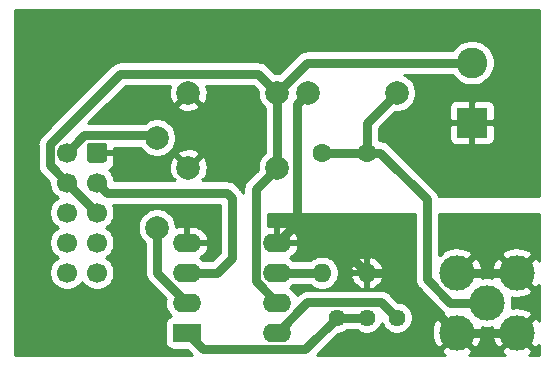
<source format=gbr>
%TF.GenerationSoftware,KiCad,Pcbnew,(5.1.9)-1*%
%TF.CreationDate,2021-11-14T17:22:53+07:00*%
%TF.ProjectId,Pressure Sensor Preamp,50726573-7375-4726-9520-53656e736f72,rev?*%
%TF.SameCoordinates,Original*%
%TF.FileFunction,Copper,L1,Top*%
%TF.FilePolarity,Positive*%
%FSLAX46Y46*%
G04 Gerber Fmt 4.6, Leading zero omitted, Abs format (unit mm)*
G04 Created by KiCad (PCBNEW (5.1.9)-1) date 2021-11-14 17:22:53*
%MOMM*%
%LPD*%
G01*
G04 APERTURE LIST*
%TA.AperFunction,ComponentPad*%
%ADD10C,2.600000*%
%TD*%
%TA.AperFunction,ComponentPad*%
%ADD11R,2.600000X2.600000*%
%TD*%
%TA.AperFunction,ComponentPad*%
%ADD12C,1.700000*%
%TD*%
%TA.AperFunction,ComponentPad*%
%ADD13O,2.400000X1.600000*%
%TD*%
%TA.AperFunction,ComponentPad*%
%ADD14R,2.400000X1.600000*%
%TD*%
%TA.AperFunction,ComponentPad*%
%ADD15C,1.440000*%
%TD*%
%TA.AperFunction,ComponentPad*%
%ADD16O,1.600000X1.600000*%
%TD*%
%TA.AperFunction,ComponentPad*%
%ADD17C,1.600000*%
%TD*%
%TA.AperFunction,ComponentPad*%
%ADD18C,3.000000*%
%TD*%
%TA.AperFunction,ComponentPad*%
%ADD19C,2.000000*%
%TD*%
%TA.AperFunction,ViaPad*%
%ADD20C,2.000000*%
%TD*%
%TA.AperFunction,Conductor*%
%ADD21C,0.800000*%
%TD*%
%TA.AperFunction,Conductor*%
%ADD22C,0.254000*%
%TD*%
%TA.AperFunction,Conductor*%
%ADD23C,0.100000*%
%TD*%
G04 APERTURE END LIST*
D10*
%TO.P,J2,2*%
%TO.N,+5V*%
X125730000Y-107950000D03*
D11*
%TO.P,J2,1*%
%TO.N,GND*%
X125730000Y-113030000D03*
%TD*%
D12*
%TO.P,J1,10*%
%TO.N,Net-(J1-Pad10)*%
X91440000Y-125730000D03*
%TO.P,J1,8*%
%TO.N,Net-(J1-Pad8)*%
X91440000Y-123190000D03*
%TO.P,J1,6*%
%TO.N,Net-(J1-Pad6)*%
X91440000Y-120650000D03*
%TO.P,J1,4*%
%TO.N,+5V*%
X91440000Y-118110000D03*
%TO.P,J1,2*%
%TO.N,-OUT*%
X91440000Y-115570000D03*
%TO.P,J1,9*%
%TO.N,Net-(J1-Pad9)*%
X93980000Y-125730000D03*
%TO.P,J1,7*%
%TO.N,Net-(J1-Pad7)*%
X93980000Y-123190000D03*
%TO.P,J1,5*%
%TO.N,+5V*%
X93980000Y-120650000D03*
%TO.P,J1,3*%
%TO.N,+OUT*%
X93980000Y-118110000D03*
%TO.P,J1,1*%
%TO.N,GND*%
%TA.AperFunction,ComponentPad*%
G36*
G01*
X94830000Y-114970000D02*
X94830000Y-116170000D01*
G75*
G02*
X94580000Y-116420000I-250000J0D01*
G01*
X93380000Y-116420000D01*
G75*
G02*
X93130000Y-116170000I0J250000D01*
G01*
X93130000Y-114970000D01*
G75*
G02*
X93380000Y-114720000I250000J0D01*
G01*
X94580000Y-114720000D01*
G75*
G02*
X94830000Y-114970000I0J-250000D01*
G01*
G37*
%TD.AperFunction*%
%TD*%
D13*
%TO.P,U1,8*%
%TO.N,Net-(RV1-Pad3)*%
X109220000Y-130810000D03*
%TO.P,U1,4*%
%TO.N,GND*%
X101600000Y-123190000D03*
%TO.P,U1,7*%
%TO.N,+5V*%
X109220000Y-128270000D03*
%TO.P,U1,3*%
%TO.N,+OUT*%
X101600000Y-125730000D03*
%TO.P,U1,6*%
%TO.N,Net-(R1-Pad2)*%
X109220000Y-125730000D03*
%TO.P,U1,2*%
%TO.N,-OUT*%
X101600000Y-128270000D03*
%TO.P,U1,5*%
%TO.N,GNDA*%
X109220000Y-123190000D03*
D14*
%TO.P,U1,1*%
%TO.N,Net-(RV1-Pad1)*%
X101600000Y-130810000D03*
%TD*%
D15*
%TO.P,RV1,3*%
%TO.N,Net-(RV1-Pad3)*%
X119380000Y-129540000D03*
%TO.P,RV1,2*%
%TO.N,Net-(RV1-Pad1)*%
X116840000Y-129540000D03*
%TO.P,RV1,1*%
X114300000Y-129540000D03*
%TD*%
D16*
%TO.P,R2,2*%
%TO.N,GNDA*%
X116840000Y-125730000D03*
D17*
%TO.P,R2,1*%
%TO.N,Net-(C3-Pad1)*%
X116840000Y-115570000D03*
%TD*%
D16*
%TO.P,R1,2*%
%TO.N,Net-(R1-Pad2)*%
X113030000Y-125730000D03*
D17*
%TO.P,R1,1*%
%TO.N,Net-(C3-Pad1)*%
X113030000Y-115570000D03*
%TD*%
D18*
%TO.P,J3,2*%
%TO.N,GNDA*%
X124460000Y-125730000D03*
X124460000Y-130810000D03*
X129540000Y-130810000D03*
X129540000Y-125730000D03*
%TO.P,J3,1*%
%TO.N,Net-(C3-Pad1)*%
X127000000Y-128270000D03*
%TD*%
D19*
%TO.P,C3,2*%
%TO.N,GNDA*%
X111880000Y-110490000D03*
%TO.P,C3,1*%
%TO.N,Net-(C3-Pad1)*%
X119380000Y-110490000D03*
%TD*%
%TO.P,C2,2*%
%TO.N,+5V*%
X109220000Y-116840000D03*
%TO.P,C2,1*%
%TO.N,GND*%
X101720000Y-116840000D03*
%TD*%
%TO.P,C1,2*%
%TO.N,GND*%
X101720000Y-110490000D03*
%TO.P,C1,1*%
%TO.N,+5V*%
X109220000Y-110490000D03*
%TD*%
D20*
%TO.N,-OUT*%
X99060000Y-114300000D03*
X99060000Y-121920000D03*
%TD*%
D21*
%TO.N,+5V*%
X93980000Y-120650000D02*
X91440000Y-118110000D01*
X107619999Y-108889999D02*
X109220000Y-110490000D01*
X95973999Y-108889999D02*
X107619999Y-108889999D01*
X89989999Y-114873999D02*
X95973999Y-108889999D01*
X89989999Y-116659999D02*
X89989999Y-114873999D01*
X91440000Y-118110000D02*
X89989999Y-116659999D01*
X109220000Y-116840000D02*
X109220000Y-110490000D01*
X111760000Y-107950000D02*
X125730000Y-107950000D01*
X109220000Y-110490000D02*
X111760000Y-107950000D01*
X107419990Y-118640010D02*
X107419990Y-126469990D01*
X107419990Y-126469990D02*
X109220000Y-128270000D01*
X109220000Y-116840000D02*
X107419990Y-118640010D01*
%TO.N,GNDA*%
X110880001Y-121529999D02*
X109220000Y-123190000D01*
X110880001Y-111489999D02*
X110880001Y-121529999D01*
X111880000Y-110490000D02*
X110880001Y-111489999D01*
X112639999Y-121529999D02*
X116840000Y-125730000D01*
X110880001Y-121529999D02*
X112639999Y-121529999D01*
X119380000Y-125730000D02*
X124460000Y-130810000D01*
X116840000Y-125730000D02*
X119380000Y-125730000D01*
X124460000Y-130810000D02*
X129540000Y-130810000D01*
X129540000Y-125730000D02*
X124460000Y-125730000D01*
%TO.N,Net-(R1-Pad2)*%
X109220000Y-125730000D02*
X113030000Y-125730000D01*
%TO.N,Net-(C3-Pad1)*%
X113030000Y-115570000D02*
X116840000Y-115570000D01*
X116840000Y-113030000D02*
X119380000Y-110490000D01*
X116840000Y-115570000D02*
X116840000Y-113030000D01*
X117971370Y-115570000D02*
X121920000Y-119518630D01*
X116840000Y-115570000D02*
X117971370Y-115570000D01*
X123891998Y-128270000D02*
X127000000Y-128270000D01*
X121920000Y-126298002D02*
X123891998Y-128270000D01*
X121920000Y-119518630D02*
X121920000Y-126298002D01*
%TO.N,-OUT*%
X98879990Y-114119990D02*
X99060000Y-114300000D01*
X92890010Y-114119990D02*
X98879990Y-114119990D01*
X91440000Y-115570000D02*
X92890010Y-114119990D01*
X99060000Y-125730000D02*
X101600000Y-128270000D01*
X99060000Y-121920000D02*
X99060000Y-125730000D01*
%TO.N,+OUT*%
X94829999Y-118959999D02*
X104989999Y-118959999D01*
X93980000Y-118110000D02*
X94829999Y-118959999D01*
X104989999Y-118959999D02*
X105410000Y-119380000D01*
X105410000Y-119380000D02*
X105410000Y-124460000D01*
X104140000Y-125730000D02*
X101600000Y-125730000D01*
X105410000Y-124460000D02*
X104140000Y-125730000D01*
%TO.N,Net-(RV1-Pad3)*%
X109220000Y-130810000D02*
X109270001Y-130860001D01*
X118059999Y-128219999D02*
X119380000Y-129540000D01*
X111810001Y-128219999D02*
X118059999Y-128219999D01*
X109220000Y-130810000D02*
X111810001Y-128219999D01*
%TO.N,Net-(RV1-Pad1)*%
X114300000Y-129540000D02*
X116840000Y-129540000D01*
X103000010Y-132210010D02*
X101600000Y-130810000D01*
X111629990Y-132210010D02*
X103000010Y-132210010D01*
X114300000Y-129540000D02*
X111629990Y-132210010D01*
%TD*%
D22*
%TO.N,GNDA*%
X120885001Y-126247164D02*
X120879994Y-126298002D01*
X120899977Y-126500897D01*
X120959160Y-126695995D01*
X121055266Y-126875799D01*
X121152197Y-126993909D01*
X121184605Y-127033398D01*
X121224092Y-127065804D01*
X123124195Y-128965908D01*
X123156602Y-129005396D01*
X123196090Y-129037803D01*
X123260512Y-129090673D01*
X123147952Y-129318347D01*
X124460000Y-130630395D01*
X124474143Y-130616253D01*
X124653748Y-130795858D01*
X124639605Y-130810000D01*
X125951653Y-132122048D01*
X126267214Y-131966038D01*
X126458020Y-131591255D01*
X126572044Y-131186449D01*
X126604902Y-130767176D01*
X126556407Y-130358591D01*
X126789721Y-130405000D01*
X127210279Y-130405000D01*
X127449396Y-130357437D01*
X127427956Y-130433551D01*
X127395098Y-130852824D01*
X127444666Y-131270451D01*
X127574757Y-131670383D01*
X127732786Y-131966038D01*
X128048347Y-132122048D01*
X129360395Y-130810000D01*
X129346253Y-130795858D01*
X129525858Y-130616253D01*
X129540000Y-130630395D01*
X130852048Y-129318347D01*
X130696038Y-129002786D01*
X130321255Y-128811980D01*
X129916449Y-128697956D01*
X129497176Y-128665098D01*
X129088591Y-128713593D01*
X129135000Y-128480279D01*
X129135000Y-128059721D01*
X129087437Y-127820604D01*
X129163551Y-127842044D01*
X129582824Y-127874902D01*
X130000451Y-127825334D01*
X130400383Y-127695243D01*
X130696038Y-127537214D01*
X130852048Y-127221653D01*
X129540000Y-125909605D01*
X129525858Y-125923748D01*
X129346253Y-125744143D01*
X129360395Y-125730000D01*
X128048347Y-124417952D01*
X127732786Y-124573962D01*
X127541980Y-124948745D01*
X127427956Y-125353551D01*
X127395098Y-125772824D01*
X127443593Y-126181409D01*
X127210279Y-126135000D01*
X126789721Y-126135000D01*
X126550604Y-126182563D01*
X126572044Y-126106449D01*
X126604902Y-125687176D01*
X126555334Y-125269549D01*
X126425243Y-124869617D01*
X126267214Y-124573962D01*
X125951653Y-124417952D01*
X124639605Y-125730000D01*
X124653748Y-125744143D01*
X124474143Y-125923748D01*
X124460000Y-125909605D01*
X124445858Y-125923748D01*
X124266253Y-125744143D01*
X124280395Y-125730000D01*
X124266253Y-125715858D01*
X124445858Y-125536253D01*
X124460000Y-125550395D01*
X125772048Y-124238347D01*
X128227952Y-124238347D01*
X129540000Y-125550395D01*
X130852048Y-124238347D01*
X130696038Y-123922786D01*
X130321255Y-123731980D01*
X129916449Y-123617956D01*
X129497176Y-123585098D01*
X129079549Y-123634666D01*
X128679617Y-123764757D01*
X128383962Y-123922786D01*
X128227952Y-124238347D01*
X125772048Y-124238347D01*
X125616038Y-123922786D01*
X125241255Y-123731980D01*
X124836449Y-123617956D01*
X124417176Y-123585098D01*
X123999549Y-123634666D01*
X123599617Y-123764757D01*
X123303962Y-123922786D01*
X123147953Y-124238345D01*
X123033261Y-124123653D01*
X122955000Y-124201914D01*
X122955000Y-120777000D01*
X131420001Y-120777000D01*
X131420001Y-124710138D01*
X131347214Y-124573962D01*
X131031653Y-124417952D01*
X129719605Y-125730000D01*
X131031653Y-127042048D01*
X131347214Y-126886038D01*
X131420001Y-126743069D01*
X131420001Y-129790138D01*
X131347214Y-129653962D01*
X131031653Y-129497952D01*
X129719605Y-130810000D01*
X131031653Y-132122048D01*
X131347214Y-131966038D01*
X131420001Y-131823069D01*
X131420001Y-132690000D01*
X130559863Y-132690000D01*
X130696038Y-132617214D01*
X130852048Y-132301653D01*
X129540000Y-130989605D01*
X128227952Y-132301653D01*
X128383962Y-132617214D01*
X128526929Y-132690000D01*
X125479863Y-132690000D01*
X125616038Y-132617214D01*
X125772048Y-132301653D01*
X124460000Y-130989605D01*
X123147952Y-132301653D01*
X123303962Y-132617214D01*
X123446929Y-132690000D01*
X112613710Y-132690000D01*
X114408711Y-130895000D01*
X114433456Y-130895000D01*
X114695239Y-130842928D01*
X114941833Y-130740785D01*
X115163762Y-130592497D01*
X115181259Y-130575000D01*
X115958741Y-130575000D01*
X115976238Y-130592497D01*
X116198167Y-130740785D01*
X116444761Y-130842928D01*
X116706544Y-130895000D01*
X116973456Y-130895000D01*
X117235239Y-130842928D01*
X117481833Y-130740785D01*
X117703762Y-130592497D01*
X117892497Y-130403762D01*
X118040785Y-130181833D01*
X118110000Y-130014734D01*
X118179215Y-130181833D01*
X118327503Y-130403762D01*
X118516238Y-130592497D01*
X118738167Y-130740785D01*
X118984761Y-130842928D01*
X119246544Y-130895000D01*
X119513456Y-130895000D01*
X119725488Y-130852824D01*
X122315098Y-130852824D01*
X122364666Y-131270451D01*
X122494757Y-131670383D01*
X122652786Y-131966038D01*
X122968347Y-132122048D01*
X124280395Y-130810000D01*
X122968347Y-129497952D01*
X122652786Y-129653962D01*
X122461980Y-130028745D01*
X122347956Y-130433551D01*
X122315098Y-130852824D01*
X119725488Y-130852824D01*
X119775239Y-130842928D01*
X120021833Y-130740785D01*
X120243762Y-130592497D01*
X120432497Y-130403762D01*
X120580785Y-130181833D01*
X120682928Y-129935239D01*
X120735000Y-129673456D01*
X120735000Y-129406544D01*
X120682928Y-129144761D01*
X120580785Y-128898167D01*
X120432497Y-128676238D01*
X120243762Y-128487503D01*
X120021833Y-128339215D01*
X119775239Y-128237072D01*
X119513456Y-128185000D01*
X119488711Y-128185000D01*
X118827806Y-127524096D01*
X118795395Y-127484603D01*
X118637796Y-127355265D01*
X118457992Y-127259158D01*
X118262894Y-127199975D01*
X118110837Y-127184999D01*
X118110827Y-127184999D01*
X118059999Y-127179993D01*
X118009171Y-127184999D01*
X111860836Y-127184999D01*
X111810001Y-127179992D01*
X111759166Y-127184999D01*
X111759163Y-127184999D01*
X111607106Y-127199975D01*
X111457416Y-127245384D01*
X111412007Y-127259158D01*
X111232203Y-127355265D01*
X111140126Y-127430831D01*
X111074605Y-127484603D01*
X111042198Y-127524091D01*
X110915926Y-127650363D01*
X110818932Y-127468899D01*
X110639608Y-127250392D01*
X110421101Y-127071068D01*
X110288142Y-127000000D01*
X110421101Y-126928932D01*
X110620853Y-126765000D01*
X112035604Y-126765000D01*
X112115241Y-126844637D01*
X112350273Y-127001680D01*
X112611426Y-127109853D01*
X112888665Y-127165000D01*
X113171335Y-127165000D01*
X113448574Y-127109853D01*
X113709727Y-127001680D01*
X113944759Y-126844637D01*
X114144637Y-126644759D01*
X114301680Y-126409727D01*
X114409853Y-126148574D01*
X114423684Y-126079040D01*
X115448091Y-126079040D01*
X115542930Y-126343881D01*
X115687615Y-126585131D01*
X115876586Y-126793519D01*
X116102580Y-126961037D01*
X116356913Y-127081246D01*
X116490961Y-127121904D01*
X116713000Y-126999915D01*
X116713000Y-125857000D01*
X116967000Y-125857000D01*
X116967000Y-126999915D01*
X117189039Y-127121904D01*
X117323087Y-127081246D01*
X117577420Y-126961037D01*
X117803414Y-126793519D01*
X117992385Y-126585131D01*
X118137070Y-126343881D01*
X118231909Y-126079040D01*
X118110624Y-125857000D01*
X116967000Y-125857000D01*
X116713000Y-125857000D01*
X115569376Y-125857000D01*
X115448091Y-126079040D01*
X114423684Y-126079040D01*
X114465000Y-125871335D01*
X114465000Y-125588665D01*
X114423685Y-125380960D01*
X115448091Y-125380960D01*
X115569376Y-125603000D01*
X116713000Y-125603000D01*
X116713000Y-124460085D01*
X116967000Y-124460085D01*
X116967000Y-125603000D01*
X118110624Y-125603000D01*
X118231909Y-125380960D01*
X118137070Y-125116119D01*
X117992385Y-124874869D01*
X117803414Y-124666481D01*
X117577420Y-124498963D01*
X117323087Y-124378754D01*
X117189039Y-124338096D01*
X116967000Y-124460085D01*
X116713000Y-124460085D01*
X116490961Y-124338096D01*
X116356913Y-124378754D01*
X116102580Y-124498963D01*
X115876586Y-124666481D01*
X115687615Y-124874869D01*
X115542930Y-125116119D01*
X115448091Y-125380960D01*
X114423685Y-125380960D01*
X114409853Y-125311426D01*
X114301680Y-125050273D01*
X114144637Y-124815241D01*
X113944759Y-124615363D01*
X113709727Y-124458320D01*
X113448574Y-124350147D01*
X113171335Y-124295000D01*
X112888665Y-124295000D01*
X112611426Y-124350147D01*
X112350273Y-124458320D01*
X112115241Y-124615363D01*
X112035604Y-124695000D01*
X110620853Y-124695000D01*
X110421101Y-124531068D01*
X110293259Y-124462735D01*
X110522839Y-124312601D01*
X110724500Y-124114895D01*
X110883715Y-123881646D01*
X110994367Y-123621818D01*
X111011904Y-123539039D01*
X110889915Y-123317000D01*
X109347000Y-123317000D01*
X109347000Y-123337000D01*
X109093000Y-123337000D01*
X109093000Y-123317000D01*
X109073000Y-123317000D01*
X109073000Y-123063000D01*
X109093000Y-123063000D01*
X109093000Y-121755000D01*
X109347000Y-121755000D01*
X109347000Y-123063000D01*
X110889915Y-123063000D01*
X111011904Y-122840961D01*
X110994367Y-122758182D01*
X110883715Y-122498354D01*
X110724500Y-122265105D01*
X110522839Y-122067399D01*
X110286483Y-121912834D01*
X110024514Y-121807350D01*
X109747000Y-121755000D01*
X109347000Y-121755000D01*
X109093000Y-121755000D01*
X108693000Y-121755000D01*
X108454990Y-121799898D01*
X108454990Y-120777000D01*
X120885000Y-120777000D01*
X120885001Y-126247164D01*
%TA.AperFunction,Conductor*%
D23*
G36*
X120885001Y-126247164D02*
G01*
X120879994Y-126298002D01*
X120899977Y-126500897D01*
X120959160Y-126695995D01*
X121055266Y-126875799D01*
X121152197Y-126993909D01*
X121184605Y-127033398D01*
X121224092Y-127065804D01*
X123124195Y-128965908D01*
X123156602Y-129005396D01*
X123196090Y-129037803D01*
X123260512Y-129090673D01*
X123147952Y-129318347D01*
X124460000Y-130630395D01*
X124474143Y-130616253D01*
X124653748Y-130795858D01*
X124639605Y-130810000D01*
X125951653Y-132122048D01*
X126267214Y-131966038D01*
X126458020Y-131591255D01*
X126572044Y-131186449D01*
X126604902Y-130767176D01*
X126556407Y-130358591D01*
X126789721Y-130405000D01*
X127210279Y-130405000D01*
X127449396Y-130357437D01*
X127427956Y-130433551D01*
X127395098Y-130852824D01*
X127444666Y-131270451D01*
X127574757Y-131670383D01*
X127732786Y-131966038D01*
X128048347Y-132122048D01*
X129360395Y-130810000D01*
X129346253Y-130795858D01*
X129525858Y-130616253D01*
X129540000Y-130630395D01*
X130852048Y-129318347D01*
X130696038Y-129002786D01*
X130321255Y-128811980D01*
X129916449Y-128697956D01*
X129497176Y-128665098D01*
X129088591Y-128713593D01*
X129135000Y-128480279D01*
X129135000Y-128059721D01*
X129087437Y-127820604D01*
X129163551Y-127842044D01*
X129582824Y-127874902D01*
X130000451Y-127825334D01*
X130400383Y-127695243D01*
X130696038Y-127537214D01*
X130852048Y-127221653D01*
X129540000Y-125909605D01*
X129525858Y-125923748D01*
X129346253Y-125744143D01*
X129360395Y-125730000D01*
X128048347Y-124417952D01*
X127732786Y-124573962D01*
X127541980Y-124948745D01*
X127427956Y-125353551D01*
X127395098Y-125772824D01*
X127443593Y-126181409D01*
X127210279Y-126135000D01*
X126789721Y-126135000D01*
X126550604Y-126182563D01*
X126572044Y-126106449D01*
X126604902Y-125687176D01*
X126555334Y-125269549D01*
X126425243Y-124869617D01*
X126267214Y-124573962D01*
X125951653Y-124417952D01*
X124639605Y-125730000D01*
X124653748Y-125744143D01*
X124474143Y-125923748D01*
X124460000Y-125909605D01*
X124445858Y-125923748D01*
X124266253Y-125744143D01*
X124280395Y-125730000D01*
X124266253Y-125715858D01*
X124445858Y-125536253D01*
X124460000Y-125550395D01*
X125772048Y-124238347D01*
X128227952Y-124238347D01*
X129540000Y-125550395D01*
X130852048Y-124238347D01*
X130696038Y-123922786D01*
X130321255Y-123731980D01*
X129916449Y-123617956D01*
X129497176Y-123585098D01*
X129079549Y-123634666D01*
X128679617Y-123764757D01*
X128383962Y-123922786D01*
X128227952Y-124238347D01*
X125772048Y-124238347D01*
X125616038Y-123922786D01*
X125241255Y-123731980D01*
X124836449Y-123617956D01*
X124417176Y-123585098D01*
X123999549Y-123634666D01*
X123599617Y-123764757D01*
X123303962Y-123922786D01*
X123147953Y-124238345D01*
X123033261Y-124123653D01*
X122955000Y-124201914D01*
X122955000Y-120777000D01*
X131420001Y-120777000D01*
X131420001Y-124710138D01*
X131347214Y-124573962D01*
X131031653Y-124417952D01*
X129719605Y-125730000D01*
X131031653Y-127042048D01*
X131347214Y-126886038D01*
X131420001Y-126743069D01*
X131420001Y-129790138D01*
X131347214Y-129653962D01*
X131031653Y-129497952D01*
X129719605Y-130810000D01*
X131031653Y-132122048D01*
X131347214Y-131966038D01*
X131420001Y-131823069D01*
X131420001Y-132690000D01*
X130559863Y-132690000D01*
X130696038Y-132617214D01*
X130852048Y-132301653D01*
X129540000Y-130989605D01*
X128227952Y-132301653D01*
X128383962Y-132617214D01*
X128526929Y-132690000D01*
X125479863Y-132690000D01*
X125616038Y-132617214D01*
X125772048Y-132301653D01*
X124460000Y-130989605D01*
X123147952Y-132301653D01*
X123303962Y-132617214D01*
X123446929Y-132690000D01*
X112613710Y-132690000D01*
X114408711Y-130895000D01*
X114433456Y-130895000D01*
X114695239Y-130842928D01*
X114941833Y-130740785D01*
X115163762Y-130592497D01*
X115181259Y-130575000D01*
X115958741Y-130575000D01*
X115976238Y-130592497D01*
X116198167Y-130740785D01*
X116444761Y-130842928D01*
X116706544Y-130895000D01*
X116973456Y-130895000D01*
X117235239Y-130842928D01*
X117481833Y-130740785D01*
X117703762Y-130592497D01*
X117892497Y-130403762D01*
X118040785Y-130181833D01*
X118110000Y-130014734D01*
X118179215Y-130181833D01*
X118327503Y-130403762D01*
X118516238Y-130592497D01*
X118738167Y-130740785D01*
X118984761Y-130842928D01*
X119246544Y-130895000D01*
X119513456Y-130895000D01*
X119725488Y-130852824D01*
X122315098Y-130852824D01*
X122364666Y-131270451D01*
X122494757Y-131670383D01*
X122652786Y-131966038D01*
X122968347Y-132122048D01*
X124280395Y-130810000D01*
X122968347Y-129497952D01*
X122652786Y-129653962D01*
X122461980Y-130028745D01*
X122347956Y-130433551D01*
X122315098Y-130852824D01*
X119725488Y-130852824D01*
X119775239Y-130842928D01*
X120021833Y-130740785D01*
X120243762Y-130592497D01*
X120432497Y-130403762D01*
X120580785Y-130181833D01*
X120682928Y-129935239D01*
X120735000Y-129673456D01*
X120735000Y-129406544D01*
X120682928Y-129144761D01*
X120580785Y-128898167D01*
X120432497Y-128676238D01*
X120243762Y-128487503D01*
X120021833Y-128339215D01*
X119775239Y-128237072D01*
X119513456Y-128185000D01*
X119488711Y-128185000D01*
X118827806Y-127524096D01*
X118795395Y-127484603D01*
X118637796Y-127355265D01*
X118457992Y-127259158D01*
X118262894Y-127199975D01*
X118110837Y-127184999D01*
X118110827Y-127184999D01*
X118059999Y-127179993D01*
X118009171Y-127184999D01*
X111860836Y-127184999D01*
X111810001Y-127179992D01*
X111759166Y-127184999D01*
X111759163Y-127184999D01*
X111607106Y-127199975D01*
X111457416Y-127245384D01*
X111412007Y-127259158D01*
X111232203Y-127355265D01*
X111140126Y-127430831D01*
X111074605Y-127484603D01*
X111042198Y-127524091D01*
X110915926Y-127650363D01*
X110818932Y-127468899D01*
X110639608Y-127250392D01*
X110421101Y-127071068D01*
X110288142Y-127000000D01*
X110421101Y-126928932D01*
X110620853Y-126765000D01*
X112035604Y-126765000D01*
X112115241Y-126844637D01*
X112350273Y-127001680D01*
X112611426Y-127109853D01*
X112888665Y-127165000D01*
X113171335Y-127165000D01*
X113448574Y-127109853D01*
X113709727Y-127001680D01*
X113944759Y-126844637D01*
X114144637Y-126644759D01*
X114301680Y-126409727D01*
X114409853Y-126148574D01*
X114423684Y-126079040D01*
X115448091Y-126079040D01*
X115542930Y-126343881D01*
X115687615Y-126585131D01*
X115876586Y-126793519D01*
X116102580Y-126961037D01*
X116356913Y-127081246D01*
X116490961Y-127121904D01*
X116713000Y-126999915D01*
X116713000Y-125857000D01*
X116967000Y-125857000D01*
X116967000Y-126999915D01*
X117189039Y-127121904D01*
X117323087Y-127081246D01*
X117577420Y-126961037D01*
X117803414Y-126793519D01*
X117992385Y-126585131D01*
X118137070Y-126343881D01*
X118231909Y-126079040D01*
X118110624Y-125857000D01*
X116967000Y-125857000D01*
X116713000Y-125857000D01*
X115569376Y-125857000D01*
X115448091Y-126079040D01*
X114423684Y-126079040D01*
X114465000Y-125871335D01*
X114465000Y-125588665D01*
X114423685Y-125380960D01*
X115448091Y-125380960D01*
X115569376Y-125603000D01*
X116713000Y-125603000D01*
X116713000Y-124460085D01*
X116967000Y-124460085D01*
X116967000Y-125603000D01*
X118110624Y-125603000D01*
X118231909Y-125380960D01*
X118137070Y-125116119D01*
X117992385Y-124874869D01*
X117803414Y-124666481D01*
X117577420Y-124498963D01*
X117323087Y-124378754D01*
X117189039Y-124338096D01*
X116967000Y-124460085D01*
X116713000Y-124460085D01*
X116490961Y-124338096D01*
X116356913Y-124378754D01*
X116102580Y-124498963D01*
X115876586Y-124666481D01*
X115687615Y-124874869D01*
X115542930Y-125116119D01*
X115448091Y-125380960D01*
X114423685Y-125380960D01*
X114409853Y-125311426D01*
X114301680Y-125050273D01*
X114144637Y-124815241D01*
X113944759Y-124615363D01*
X113709727Y-124458320D01*
X113448574Y-124350147D01*
X113171335Y-124295000D01*
X112888665Y-124295000D01*
X112611426Y-124350147D01*
X112350273Y-124458320D01*
X112115241Y-124615363D01*
X112035604Y-124695000D01*
X110620853Y-124695000D01*
X110421101Y-124531068D01*
X110293259Y-124462735D01*
X110522839Y-124312601D01*
X110724500Y-124114895D01*
X110883715Y-123881646D01*
X110994367Y-123621818D01*
X111011904Y-123539039D01*
X110889915Y-123317000D01*
X109347000Y-123317000D01*
X109347000Y-123337000D01*
X109093000Y-123337000D01*
X109093000Y-123317000D01*
X109073000Y-123317000D01*
X109073000Y-123063000D01*
X109093000Y-123063000D01*
X109093000Y-121755000D01*
X109347000Y-121755000D01*
X109347000Y-123063000D01*
X110889915Y-123063000D01*
X111011904Y-122840961D01*
X110994367Y-122758182D01*
X110883715Y-122498354D01*
X110724500Y-122265105D01*
X110522839Y-122067399D01*
X110286483Y-121912834D01*
X110024514Y-121807350D01*
X109747000Y-121755000D01*
X109347000Y-121755000D01*
X109093000Y-121755000D01*
X108693000Y-121755000D01*
X108454990Y-121799898D01*
X108454990Y-120777000D01*
X120885000Y-120777000D01*
X120885001Y-126247164D01*
G37*
%TD.AperFunction*%
%TD*%
D22*
%TO.N,GND*%
X131420001Y-119253000D02*
X122920993Y-119253000D01*
X122880841Y-119120637D01*
X122836104Y-119036939D01*
X122784734Y-118940832D01*
X122687803Y-118822722D01*
X122655396Y-118783234D01*
X122615908Y-118750827D01*
X118739177Y-114874097D01*
X118706766Y-114834604D01*
X118549167Y-114705266D01*
X118369363Y-114609159D01*
X118174265Y-114549976D01*
X118022208Y-114535000D01*
X118022198Y-114535000D01*
X117971370Y-114529994D01*
X117920542Y-114535000D01*
X117875000Y-114535000D01*
X117875000Y-114330000D01*
X123791928Y-114330000D01*
X123804188Y-114454482D01*
X123840498Y-114574180D01*
X123899463Y-114684494D01*
X123978815Y-114781185D01*
X124075506Y-114860537D01*
X124185820Y-114919502D01*
X124305518Y-114955812D01*
X124430000Y-114968072D01*
X125444250Y-114965000D01*
X125603000Y-114806250D01*
X125603000Y-113157000D01*
X125857000Y-113157000D01*
X125857000Y-114806250D01*
X126015750Y-114965000D01*
X127030000Y-114968072D01*
X127154482Y-114955812D01*
X127274180Y-114919502D01*
X127384494Y-114860537D01*
X127481185Y-114781185D01*
X127560537Y-114684494D01*
X127619502Y-114574180D01*
X127655812Y-114454482D01*
X127668072Y-114330000D01*
X127665000Y-113315750D01*
X127506250Y-113157000D01*
X125857000Y-113157000D01*
X125603000Y-113157000D01*
X123953750Y-113157000D01*
X123795000Y-113315750D01*
X123791928Y-114330000D01*
X117875000Y-114330000D01*
X117875000Y-113458710D01*
X119210412Y-112123298D01*
X119218967Y-112125000D01*
X119541033Y-112125000D01*
X119856912Y-112062168D01*
X120154463Y-111938918D01*
X120422252Y-111759987D01*
X120452239Y-111730000D01*
X123791928Y-111730000D01*
X123795000Y-112744250D01*
X123953750Y-112903000D01*
X125603000Y-112903000D01*
X125603000Y-111253750D01*
X125857000Y-111253750D01*
X125857000Y-112903000D01*
X127506250Y-112903000D01*
X127665000Y-112744250D01*
X127668072Y-111730000D01*
X127655812Y-111605518D01*
X127619502Y-111485820D01*
X127560537Y-111375506D01*
X127481185Y-111278815D01*
X127384494Y-111199463D01*
X127274180Y-111140498D01*
X127154482Y-111104188D01*
X127030000Y-111091928D01*
X126015750Y-111095000D01*
X125857000Y-111253750D01*
X125603000Y-111253750D01*
X125444250Y-111095000D01*
X124430000Y-111091928D01*
X124305518Y-111104188D01*
X124185820Y-111140498D01*
X124075506Y-111199463D01*
X123978815Y-111278815D01*
X123899463Y-111375506D01*
X123840498Y-111485820D01*
X123804188Y-111605518D01*
X123791928Y-111730000D01*
X120452239Y-111730000D01*
X120649987Y-111532252D01*
X120828918Y-111264463D01*
X120952168Y-110966912D01*
X121015000Y-110651033D01*
X121015000Y-110328967D01*
X120952168Y-110013088D01*
X120828918Y-109715537D01*
X120649987Y-109447748D01*
X120422252Y-109220013D01*
X120154463Y-109041082D01*
X120019069Y-108985000D01*
X124094360Y-108985000D01*
X124226987Y-109183491D01*
X124496509Y-109453013D01*
X124813434Y-109664775D01*
X125165581Y-109810639D01*
X125539419Y-109885000D01*
X125920581Y-109885000D01*
X126294419Y-109810639D01*
X126646566Y-109664775D01*
X126963491Y-109453013D01*
X127233013Y-109183491D01*
X127444775Y-108866566D01*
X127590639Y-108514419D01*
X127665000Y-108140581D01*
X127665000Y-107759419D01*
X127590639Y-107385581D01*
X127444775Y-107033434D01*
X127233013Y-106716509D01*
X126963491Y-106446987D01*
X126646566Y-106235225D01*
X126294419Y-106089361D01*
X125920581Y-106015000D01*
X125539419Y-106015000D01*
X125165581Y-106089361D01*
X124813434Y-106235225D01*
X124496509Y-106446987D01*
X124226987Y-106716509D01*
X124094360Y-106915000D01*
X111810827Y-106915000D01*
X111759999Y-106909994D01*
X111709171Y-106915000D01*
X111709162Y-106915000D01*
X111557105Y-106929976D01*
X111362007Y-106989159D01*
X111279174Y-107033434D01*
X111182202Y-107085266D01*
X111064092Y-107182197D01*
X111024604Y-107214604D01*
X110992197Y-107254092D01*
X109389588Y-108856702D01*
X109381033Y-108855000D01*
X109058967Y-108855000D01*
X109050412Y-108856702D01*
X108387806Y-108194096D01*
X108355395Y-108154603D01*
X108197796Y-108025265D01*
X108017992Y-107929158D01*
X107822894Y-107869975D01*
X107670837Y-107854999D01*
X107670827Y-107854999D01*
X107619999Y-107849993D01*
X107569171Y-107854999D01*
X96024834Y-107854999D01*
X95973999Y-107849992D01*
X95923163Y-107854999D01*
X95923161Y-107854999D01*
X95771104Y-107869975D01*
X95576006Y-107929158D01*
X95492308Y-107973895D01*
X95396201Y-108025265D01*
X95278091Y-108122196D01*
X95238603Y-108154603D01*
X95206196Y-108194091D01*
X89294092Y-114106196D01*
X89254604Y-114138603D01*
X89222197Y-114178091D01*
X89222196Y-114178092D01*
X89125265Y-114296202D01*
X89029159Y-114476006D01*
X88969976Y-114671104D01*
X88949993Y-114873999D01*
X88955000Y-114924836D01*
X88954999Y-116609171D01*
X88949993Y-116659999D01*
X88954999Y-116710827D01*
X88954999Y-116710836D01*
X88969975Y-116862893D01*
X89029158Y-117057991D01*
X89125265Y-117237796D01*
X89254603Y-117395395D01*
X89294096Y-117427806D01*
X89955000Y-118088710D01*
X89955000Y-118256260D01*
X90012068Y-118543158D01*
X90124010Y-118813411D01*
X90286525Y-119056632D01*
X90493368Y-119263475D01*
X90667760Y-119380000D01*
X90493368Y-119496525D01*
X90286525Y-119703368D01*
X90124010Y-119946589D01*
X90012068Y-120216842D01*
X89955000Y-120503740D01*
X89955000Y-120796260D01*
X90012068Y-121083158D01*
X90124010Y-121353411D01*
X90286525Y-121596632D01*
X90493368Y-121803475D01*
X90667760Y-121920000D01*
X90493368Y-122036525D01*
X90286525Y-122243368D01*
X90124010Y-122486589D01*
X90012068Y-122756842D01*
X89955000Y-123043740D01*
X89955000Y-123336260D01*
X90012068Y-123623158D01*
X90124010Y-123893411D01*
X90286525Y-124136632D01*
X90493368Y-124343475D01*
X90667760Y-124460000D01*
X90493368Y-124576525D01*
X90286525Y-124783368D01*
X90124010Y-125026589D01*
X90012068Y-125296842D01*
X89955000Y-125583740D01*
X89955000Y-125876260D01*
X90012068Y-126163158D01*
X90124010Y-126433411D01*
X90286525Y-126676632D01*
X90493368Y-126883475D01*
X90736589Y-127045990D01*
X91006842Y-127157932D01*
X91293740Y-127215000D01*
X91586260Y-127215000D01*
X91873158Y-127157932D01*
X92143411Y-127045990D01*
X92386632Y-126883475D01*
X92593475Y-126676632D01*
X92710000Y-126502240D01*
X92826525Y-126676632D01*
X93033368Y-126883475D01*
X93276589Y-127045990D01*
X93546842Y-127157932D01*
X93833740Y-127215000D01*
X94126260Y-127215000D01*
X94413158Y-127157932D01*
X94683411Y-127045990D01*
X94926632Y-126883475D01*
X95133475Y-126676632D01*
X95295990Y-126433411D01*
X95407932Y-126163158D01*
X95465000Y-125876260D01*
X95465000Y-125583740D01*
X95407932Y-125296842D01*
X95295990Y-125026589D01*
X95133475Y-124783368D01*
X94926632Y-124576525D01*
X94752240Y-124460000D01*
X94926632Y-124343475D01*
X95133475Y-124136632D01*
X95295990Y-123893411D01*
X95407932Y-123623158D01*
X95465000Y-123336260D01*
X95465000Y-123043740D01*
X95407932Y-122756842D01*
X95295990Y-122486589D01*
X95133475Y-122243368D01*
X94926632Y-122036525D01*
X94752240Y-121920000D01*
X94926632Y-121803475D01*
X95133475Y-121596632D01*
X95295990Y-121353411D01*
X95407932Y-121083158D01*
X95465000Y-120796260D01*
X95465000Y-120503740D01*
X95407932Y-120216842D01*
X95316042Y-119994999D01*
X104375000Y-119994999D01*
X104375001Y-124031288D01*
X103711290Y-124695000D01*
X103000853Y-124695000D01*
X102801101Y-124531068D01*
X102673259Y-124462735D01*
X102902839Y-124312601D01*
X103104500Y-124114895D01*
X103263715Y-123881646D01*
X103374367Y-123621818D01*
X103391904Y-123539039D01*
X103269915Y-123317000D01*
X101727000Y-123317000D01*
X101727000Y-123337000D01*
X101473000Y-123337000D01*
X101473000Y-123317000D01*
X101453000Y-123317000D01*
X101453000Y-123063000D01*
X101473000Y-123063000D01*
X101473000Y-121755000D01*
X101727000Y-121755000D01*
X101727000Y-123063000D01*
X103269915Y-123063000D01*
X103391904Y-122840961D01*
X103374367Y-122758182D01*
X103263715Y-122498354D01*
X103104500Y-122265105D01*
X102902839Y-122067399D01*
X102666483Y-121912834D01*
X102404514Y-121807350D01*
X102127000Y-121755000D01*
X101727000Y-121755000D01*
X101473000Y-121755000D01*
X101073000Y-121755000D01*
X100795486Y-121807350D01*
X100695000Y-121847812D01*
X100695000Y-121758967D01*
X100632168Y-121443088D01*
X100508918Y-121145537D01*
X100329987Y-120877748D01*
X100102252Y-120650013D01*
X99834463Y-120471082D01*
X99536912Y-120347832D01*
X99221033Y-120285000D01*
X98898967Y-120285000D01*
X98583088Y-120347832D01*
X98285537Y-120471082D01*
X98017748Y-120650013D01*
X97790013Y-120877748D01*
X97611082Y-121145537D01*
X97487832Y-121443088D01*
X97425000Y-121758967D01*
X97425000Y-122081033D01*
X97487832Y-122396912D01*
X97611082Y-122694463D01*
X97790013Y-122962252D01*
X98017748Y-123189987D01*
X98025000Y-123194833D01*
X98025001Y-125679162D01*
X98019994Y-125730000D01*
X98039977Y-125932895D01*
X98099160Y-126127993D01*
X98195266Y-126307797D01*
X98292197Y-126425907D01*
X98324605Y-126465396D01*
X98364092Y-126497802D01*
X99801874Y-127935584D01*
X99785764Y-127988691D01*
X99758057Y-128270000D01*
X99785764Y-128551309D01*
X99867818Y-128821808D01*
X100001068Y-129071101D01*
X100180392Y-129289608D01*
X100293482Y-129382419D01*
X100275518Y-129384188D01*
X100155820Y-129420498D01*
X100045506Y-129479463D01*
X99948815Y-129558815D01*
X99869463Y-129655506D01*
X99810498Y-129765820D01*
X99774188Y-129885518D01*
X99761928Y-130010000D01*
X99761928Y-131610000D01*
X99774188Y-131734482D01*
X99810498Y-131854180D01*
X99869463Y-131964494D01*
X99948815Y-132061185D01*
X100045506Y-132140537D01*
X100155820Y-132199502D01*
X100275518Y-132235812D01*
X100400000Y-132248072D01*
X101574361Y-132248072D01*
X102016289Y-132690000D01*
X87020000Y-132690000D01*
X87020000Y-103530000D01*
X131420000Y-103530000D01*
X131420001Y-119253000D01*
%TA.AperFunction,Conductor*%
D23*
G36*
X131420001Y-119253000D02*
G01*
X122920993Y-119253000D01*
X122880841Y-119120637D01*
X122836104Y-119036939D01*
X122784734Y-118940832D01*
X122687803Y-118822722D01*
X122655396Y-118783234D01*
X122615908Y-118750827D01*
X118739177Y-114874097D01*
X118706766Y-114834604D01*
X118549167Y-114705266D01*
X118369363Y-114609159D01*
X118174265Y-114549976D01*
X118022208Y-114535000D01*
X118022198Y-114535000D01*
X117971370Y-114529994D01*
X117920542Y-114535000D01*
X117875000Y-114535000D01*
X117875000Y-114330000D01*
X123791928Y-114330000D01*
X123804188Y-114454482D01*
X123840498Y-114574180D01*
X123899463Y-114684494D01*
X123978815Y-114781185D01*
X124075506Y-114860537D01*
X124185820Y-114919502D01*
X124305518Y-114955812D01*
X124430000Y-114968072D01*
X125444250Y-114965000D01*
X125603000Y-114806250D01*
X125603000Y-113157000D01*
X125857000Y-113157000D01*
X125857000Y-114806250D01*
X126015750Y-114965000D01*
X127030000Y-114968072D01*
X127154482Y-114955812D01*
X127274180Y-114919502D01*
X127384494Y-114860537D01*
X127481185Y-114781185D01*
X127560537Y-114684494D01*
X127619502Y-114574180D01*
X127655812Y-114454482D01*
X127668072Y-114330000D01*
X127665000Y-113315750D01*
X127506250Y-113157000D01*
X125857000Y-113157000D01*
X125603000Y-113157000D01*
X123953750Y-113157000D01*
X123795000Y-113315750D01*
X123791928Y-114330000D01*
X117875000Y-114330000D01*
X117875000Y-113458710D01*
X119210412Y-112123298D01*
X119218967Y-112125000D01*
X119541033Y-112125000D01*
X119856912Y-112062168D01*
X120154463Y-111938918D01*
X120422252Y-111759987D01*
X120452239Y-111730000D01*
X123791928Y-111730000D01*
X123795000Y-112744250D01*
X123953750Y-112903000D01*
X125603000Y-112903000D01*
X125603000Y-111253750D01*
X125857000Y-111253750D01*
X125857000Y-112903000D01*
X127506250Y-112903000D01*
X127665000Y-112744250D01*
X127668072Y-111730000D01*
X127655812Y-111605518D01*
X127619502Y-111485820D01*
X127560537Y-111375506D01*
X127481185Y-111278815D01*
X127384494Y-111199463D01*
X127274180Y-111140498D01*
X127154482Y-111104188D01*
X127030000Y-111091928D01*
X126015750Y-111095000D01*
X125857000Y-111253750D01*
X125603000Y-111253750D01*
X125444250Y-111095000D01*
X124430000Y-111091928D01*
X124305518Y-111104188D01*
X124185820Y-111140498D01*
X124075506Y-111199463D01*
X123978815Y-111278815D01*
X123899463Y-111375506D01*
X123840498Y-111485820D01*
X123804188Y-111605518D01*
X123791928Y-111730000D01*
X120452239Y-111730000D01*
X120649987Y-111532252D01*
X120828918Y-111264463D01*
X120952168Y-110966912D01*
X121015000Y-110651033D01*
X121015000Y-110328967D01*
X120952168Y-110013088D01*
X120828918Y-109715537D01*
X120649987Y-109447748D01*
X120422252Y-109220013D01*
X120154463Y-109041082D01*
X120019069Y-108985000D01*
X124094360Y-108985000D01*
X124226987Y-109183491D01*
X124496509Y-109453013D01*
X124813434Y-109664775D01*
X125165581Y-109810639D01*
X125539419Y-109885000D01*
X125920581Y-109885000D01*
X126294419Y-109810639D01*
X126646566Y-109664775D01*
X126963491Y-109453013D01*
X127233013Y-109183491D01*
X127444775Y-108866566D01*
X127590639Y-108514419D01*
X127665000Y-108140581D01*
X127665000Y-107759419D01*
X127590639Y-107385581D01*
X127444775Y-107033434D01*
X127233013Y-106716509D01*
X126963491Y-106446987D01*
X126646566Y-106235225D01*
X126294419Y-106089361D01*
X125920581Y-106015000D01*
X125539419Y-106015000D01*
X125165581Y-106089361D01*
X124813434Y-106235225D01*
X124496509Y-106446987D01*
X124226987Y-106716509D01*
X124094360Y-106915000D01*
X111810827Y-106915000D01*
X111759999Y-106909994D01*
X111709171Y-106915000D01*
X111709162Y-106915000D01*
X111557105Y-106929976D01*
X111362007Y-106989159D01*
X111279174Y-107033434D01*
X111182202Y-107085266D01*
X111064092Y-107182197D01*
X111024604Y-107214604D01*
X110992197Y-107254092D01*
X109389588Y-108856702D01*
X109381033Y-108855000D01*
X109058967Y-108855000D01*
X109050412Y-108856702D01*
X108387806Y-108194096D01*
X108355395Y-108154603D01*
X108197796Y-108025265D01*
X108017992Y-107929158D01*
X107822894Y-107869975D01*
X107670837Y-107854999D01*
X107670827Y-107854999D01*
X107619999Y-107849993D01*
X107569171Y-107854999D01*
X96024834Y-107854999D01*
X95973999Y-107849992D01*
X95923163Y-107854999D01*
X95923161Y-107854999D01*
X95771104Y-107869975D01*
X95576006Y-107929158D01*
X95492308Y-107973895D01*
X95396201Y-108025265D01*
X95278091Y-108122196D01*
X95238603Y-108154603D01*
X95206196Y-108194091D01*
X89294092Y-114106196D01*
X89254604Y-114138603D01*
X89222197Y-114178091D01*
X89222196Y-114178092D01*
X89125265Y-114296202D01*
X89029159Y-114476006D01*
X88969976Y-114671104D01*
X88949993Y-114873999D01*
X88955000Y-114924836D01*
X88954999Y-116609171D01*
X88949993Y-116659999D01*
X88954999Y-116710827D01*
X88954999Y-116710836D01*
X88969975Y-116862893D01*
X89029158Y-117057991D01*
X89125265Y-117237796D01*
X89254603Y-117395395D01*
X89294096Y-117427806D01*
X89955000Y-118088710D01*
X89955000Y-118256260D01*
X90012068Y-118543158D01*
X90124010Y-118813411D01*
X90286525Y-119056632D01*
X90493368Y-119263475D01*
X90667760Y-119380000D01*
X90493368Y-119496525D01*
X90286525Y-119703368D01*
X90124010Y-119946589D01*
X90012068Y-120216842D01*
X89955000Y-120503740D01*
X89955000Y-120796260D01*
X90012068Y-121083158D01*
X90124010Y-121353411D01*
X90286525Y-121596632D01*
X90493368Y-121803475D01*
X90667760Y-121920000D01*
X90493368Y-122036525D01*
X90286525Y-122243368D01*
X90124010Y-122486589D01*
X90012068Y-122756842D01*
X89955000Y-123043740D01*
X89955000Y-123336260D01*
X90012068Y-123623158D01*
X90124010Y-123893411D01*
X90286525Y-124136632D01*
X90493368Y-124343475D01*
X90667760Y-124460000D01*
X90493368Y-124576525D01*
X90286525Y-124783368D01*
X90124010Y-125026589D01*
X90012068Y-125296842D01*
X89955000Y-125583740D01*
X89955000Y-125876260D01*
X90012068Y-126163158D01*
X90124010Y-126433411D01*
X90286525Y-126676632D01*
X90493368Y-126883475D01*
X90736589Y-127045990D01*
X91006842Y-127157932D01*
X91293740Y-127215000D01*
X91586260Y-127215000D01*
X91873158Y-127157932D01*
X92143411Y-127045990D01*
X92386632Y-126883475D01*
X92593475Y-126676632D01*
X92710000Y-126502240D01*
X92826525Y-126676632D01*
X93033368Y-126883475D01*
X93276589Y-127045990D01*
X93546842Y-127157932D01*
X93833740Y-127215000D01*
X94126260Y-127215000D01*
X94413158Y-127157932D01*
X94683411Y-127045990D01*
X94926632Y-126883475D01*
X95133475Y-126676632D01*
X95295990Y-126433411D01*
X95407932Y-126163158D01*
X95465000Y-125876260D01*
X95465000Y-125583740D01*
X95407932Y-125296842D01*
X95295990Y-125026589D01*
X95133475Y-124783368D01*
X94926632Y-124576525D01*
X94752240Y-124460000D01*
X94926632Y-124343475D01*
X95133475Y-124136632D01*
X95295990Y-123893411D01*
X95407932Y-123623158D01*
X95465000Y-123336260D01*
X95465000Y-123043740D01*
X95407932Y-122756842D01*
X95295990Y-122486589D01*
X95133475Y-122243368D01*
X94926632Y-122036525D01*
X94752240Y-121920000D01*
X94926632Y-121803475D01*
X95133475Y-121596632D01*
X95295990Y-121353411D01*
X95407932Y-121083158D01*
X95465000Y-120796260D01*
X95465000Y-120503740D01*
X95407932Y-120216842D01*
X95316042Y-119994999D01*
X104375000Y-119994999D01*
X104375001Y-124031288D01*
X103711290Y-124695000D01*
X103000853Y-124695000D01*
X102801101Y-124531068D01*
X102673259Y-124462735D01*
X102902839Y-124312601D01*
X103104500Y-124114895D01*
X103263715Y-123881646D01*
X103374367Y-123621818D01*
X103391904Y-123539039D01*
X103269915Y-123317000D01*
X101727000Y-123317000D01*
X101727000Y-123337000D01*
X101473000Y-123337000D01*
X101473000Y-123317000D01*
X101453000Y-123317000D01*
X101453000Y-123063000D01*
X101473000Y-123063000D01*
X101473000Y-121755000D01*
X101727000Y-121755000D01*
X101727000Y-123063000D01*
X103269915Y-123063000D01*
X103391904Y-122840961D01*
X103374367Y-122758182D01*
X103263715Y-122498354D01*
X103104500Y-122265105D01*
X102902839Y-122067399D01*
X102666483Y-121912834D01*
X102404514Y-121807350D01*
X102127000Y-121755000D01*
X101727000Y-121755000D01*
X101473000Y-121755000D01*
X101073000Y-121755000D01*
X100795486Y-121807350D01*
X100695000Y-121847812D01*
X100695000Y-121758967D01*
X100632168Y-121443088D01*
X100508918Y-121145537D01*
X100329987Y-120877748D01*
X100102252Y-120650013D01*
X99834463Y-120471082D01*
X99536912Y-120347832D01*
X99221033Y-120285000D01*
X98898967Y-120285000D01*
X98583088Y-120347832D01*
X98285537Y-120471082D01*
X98017748Y-120650013D01*
X97790013Y-120877748D01*
X97611082Y-121145537D01*
X97487832Y-121443088D01*
X97425000Y-121758967D01*
X97425000Y-122081033D01*
X97487832Y-122396912D01*
X97611082Y-122694463D01*
X97790013Y-122962252D01*
X98017748Y-123189987D01*
X98025000Y-123194833D01*
X98025001Y-125679162D01*
X98019994Y-125730000D01*
X98039977Y-125932895D01*
X98099160Y-126127993D01*
X98195266Y-126307797D01*
X98292197Y-126425907D01*
X98324605Y-126465396D01*
X98364092Y-126497802D01*
X99801874Y-127935584D01*
X99785764Y-127988691D01*
X99758057Y-128270000D01*
X99785764Y-128551309D01*
X99867818Y-128821808D01*
X100001068Y-129071101D01*
X100180392Y-129289608D01*
X100293482Y-129382419D01*
X100275518Y-129384188D01*
X100155820Y-129420498D01*
X100045506Y-129479463D01*
X99948815Y-129558815D01*
X99869463Y-129655506D01*
X99810498Y-129765820D01*
X99774188Y-129885518D01*
X99761928Y-130010000D01*
X99761928Y-131610000D01*
X99774188Y-131734482D01*
X99810498Y-131854180D01*
X99869463Y-131964494D01*
X99948815Y-132061185D01*
X100045506Y-132140537D01*
X100155820Y-132199502D01*
X100275518Y-132235812D01*
X100400000Y-132248072D01*
X101574361Y-132248072D01*
X102016289Y-132690000D01*
X87020000Y-132690000D01*
X87020000Y-103530000D01*
X131420000Y-103530000D01*
X131420001Y-119253000D01*
G37*
%TD.AperFunction*%
D22*
X100097616Y-110231108D02*
X100078282Y-110552595D01*
X100122039Y-110871675D01*
X100227205Y-111176088D01*
X100320186Y-111350044D01*
X100584587Y-111445808D01*
X101540395Y-110490000D01*
X101526253Y-110475858D01*
X101705858Y-110296253D01*
X101720000Y-110310395D01*
X101734143Y-110296253D01*
X101913748Y-110475858D01*
X101899605Y-110490000D01*
X102855413Y-111445808D01*
X103119814Y-111350044D01*
X103260704Y-111060429D01*
X103342384Y-110748892D01*
X103361718Y-110427405D01*
X103317961Y-110108325D01*
X103254627Y-109924999D01*
X107191289Y-109924999D01*
X107586702Y-110320412D01*
X107585000Y-110328967D01*
X107585000Y-110651033D01*
X107647832Y-110966912D01*
X107771082Y-111264463D01*
X107950013Y-111532252D01*
X108177748Y-111759987D01*
X108185001Y-111764833D01*
X108185000Y-115565167D01*
X108177748Y-115570013D01*
X107950013Y-115797748D01*
X107771082Y-116065537D01*
X107647832Y-116363088D01*
X107585000Y-116678967D01*
X107585000Y-117001033D01*
X107586702Y-117009588D01*
X106724087Y-117872203D01*
X106684594Y-117904614D01*
X106555256Y-118062213D01*
X106459149Y-118242018D01*
X106399966Y-118437116D01*
X106384990Y-118589173D01*
X106384990Y-118589182D01*
X106379984Y-118640010D01*
X106384990Y-118690838D01*
X106384990Y-119028650D01*
X106370841Y-118982007D01*
X106274734Y-118802203D01*
X106145396Y-118644604D01*
X106105903Y-118612193D01*
X105757806Y-118264096D01*
X105725395Y-118224603D01*
X105567796Y-118095265D01*
X105387992Y-117999158D01*
X105192894Y-117939975D01*
X105040837Y-117924999D01*
X105040827Y-117924999D01*
X104989999Y-117919993D01*
X104939171Y-117924999D01*
X102957559Y-117924999D01*
X102971083Y-117911475D01*
X102855415Y-117795807D01*
X103119814Y-117700044D01*
X103260704Y-117410429D01*
X103342384Y-117098892D01*
X103361718Y-116777405D01*
X103317961Y-116458325D01*
X103212795Y-116153912D01*
X103119814Y-115979956D01*
X102855413Y-115884192D01*
X101899605Y-116840000D01*
X101913748Y-116854143D01*
X101734143Y-117033748D01*
X101720000Y-117019605D01*
X101705858Y-117033748D01*
X101526253Y-116854143D01*
X101540395Y-116840000D01*
X100584587Y-115884192D01*
X100320186Y-115979956D01*
X100179296Y-116269571D01*
X100097616Y-116581108D01*
X100078282Y-116902595D01*
X100122039Y-117221675D01*
X100227205Y-117526088D01*
X100320186Y-117700044D01*
X100584585Y-117795807D01*
X100468917Y-117911475D01*
X100482441Y-117924999D01*
X95457294Y-117924999D01*
X95407932Y-117676842D01*
X95295990Y-117406589D01*
X95133475Y-117163368D01*
X95001620Y-117031513D01*
X95074180Y-117009502D01*
X95184494Y-116950537D01*
X95281185Y-116871185D01*
X95360537Y-116774494D01*
X95419502Y-116664180D01*
X95455812Y-116544482D01*
X95468072Y-116420000D01*
X95465000Y-115855750D01*
X95306250Y-115697000D01*
X94107000Y-115697000D01*
X94107000Y-115717000D01*
X93853000Y-115717000D01*
X93853000Y-115697000D01*
X93833000Y-115697000D01*
X93833000Y-115443000D01*
X93853000Y-115443000D01*
X93853000Y-115423000D01*
X94107000Y-115423000D01*
X94107000Y-115443000D01*
X95306250Y-115443000D01*
X95465000Y-115284250D01*
X95465704Y-115154990D01*
X97664888Y-115154990D01*
X97790013Y-115342252D01*
X98017748Y-115569987D01*
X98285537Y-115748918D01*
X98583088Y-115872168D01*
X98898967Y-115935000D01*
X99221033Y-115935000D01*
X99536912Y-115872168D01*
X99834463Y-115748918D01*
X99900808Y-115704587D01*
X100764192Y-115704587D01*
X101720000Y-116660395D01*
X102675808Y-115704587D01*
X102580044Y-115440186D01*
X102290429Y-115299296D01*
X101978892Y-115217616D01*
X101657405Y-115198282D01*
X101338325Y-115242039D01*
X101033912Y-115347205D01*
X100859956Y-115440186D01*
X100764192Y-115704587D01*
X99900808Y-115704587D01*
X100102252Y-115569987D01*
X100329987Y-115342252D01*
X100508918Y-115074463D01*
X100632168Y-114776912D01*
X100695000Y-114461033D01*
X100695000Y-114138967D01*
X100632168Y-113823088D01*
X100508918Y-113525537D01*
X100329987Y-113257748D01*
X100102252Y-113030013D01*
X99834463Y-112851082D01*
X99536912Y-112727832D01*
X99221033Y-112665000D01*
X98898967Y-112665000D01*
X98583088Y-112727832D01*
X98285537Y-112851082D01*
X98017748Y-113030013D01*
X97962771Y-113084990D01*
X93242718Y-113084990D01*
X94702295Y-111625413D01*
X100764192Y-111625413D01*
X100859956Y-111889814D01*
X101149571Y-112030704D01*
X101461108Y-112112384D01*
X101782595Y-112131718D01*
X102101675Y-112087961D01*
X102406088Y-111982795D01*
X102580044Y-111889814D01*
X102675808Y-111625413D01*
X101720000Y-110669605D01*
X100764192Y-111625413D01*
X94702295Y-111625413D01*
X96402710Y-109924999D01*
X100177873Y-109924999D01*
X100097616Y-110231108D01*
%TA.AperFunction,Conductor*%
D23*
G36*
X100097616Y-110231108D02*
G01*
X100078282Y-110552595D01*
X100122039Y-110871675D01*
X100227205Y-111176088D01*
X100320186Y-111350044D01*
X100584587Y-111445808D01*
X101540395Y-110490000D01*
X101526253Y-110475858D01*
X101705858Y-110296253D01*
X101720000Y-110310395D01*
X101734143Y-110296253D01*
X101913748Y-110475858D01*
X101899605Y-110490000D01*
X102855413Y-111445808D01*
X103119814Y-111350044D01*
X103260704Y-111060429D01*
X103342384Y-110748892D01*
X103361718Y-110427405D01*
X103317961Y-110108325D01*
X103254627Y-109924999D01*
X107191289Y-109924999D01*
X107586702Y-110320412D01*
X107585000Y-110328967D01*
X107585000Y-110651033D01*
X107647832Y-110966912D01*
X107771082Y-111264463D01*
X107950013Y-111532252D01*
X108177748Y-111759987D01*
X108185001Y-111764833D01*
X108185000Y-115565167D01*
X108177748Y-115570013D01*
X107950013Y-115797748D01*
X107771082Y-116065537D01*
X107647832Y-116363088D01*
X107585000Y-116678967D01*
X107585000Y-117001033D01*
X107586702Y-117009588D01*
X106724087Y-117872203D01*
X106684594Y-117904614D01*
X106555256Y-118062213D01*
X106459149Y-118242018D01*
X106399966Y-118437116D01*
X106384990Y-118589173D01*
X106384990Y-118589182D01*
X106379984Y-118640010D01*
X106384990Y-118690838D01*
X106384990Y-119028650D01*
X106370841Y-118982007D01*
X106274734Y-118802203D01*
X106145396Y-118644604D01*
X106105903Y-118612193D01*
X105757806Y-118264096D01*
X105725395Y-118224603D01*
X105567796Y-118095265D01*
X105387992Y-117999158D01*
X105192894Y-117939975D01*
X105040837Y-117924999D01*
X105040827Y-117924999D01*
X104989999Y-117919993D01*
X104939171Y-117924999D01*
X102957559Y-117924999D01*
X102971083Y-117911475D01*
X102855415Y-117795807D01*
X103119814Y-117700044D01*
X103260704Y-117410429D01*
X103342384Y-117098892D01*
X103361718Y-116777405D01*
X103317961Y-116458325D01*
X103212795Y-116153912D01*
X103119814Y-115979956D01*
X102855413Y-115884192D01*
X101899605Y-116840000D01*
X101913748Y-116854143D01*
X101734143Y-117033748D01*
X101720000Y-117019605D01*
X101705858Y-117033748D01*
X101526253Y-116854143D01*
X101540395Y-116840000D01*
X100584587Y-115884192D01*
X100320186Y-115979956D01*
X100179296Y-116269571D01*
X100097616Y-116581108D01*
X100078282Y-116902595D01*
X100122039Y-117221675D01*
X100227205Y-117526088D01*
X100320186Y-117700044D01*
X100584585Y-117795807D01*
X100468917Y-117911475D01*
X100482441Y-117924999D01*
X95457294Y-117924999D01*
X95407932Y-117676842D01*
X95295990Y-117406589D01*
X95133475Y-117163368D01*
X95001620Y-117031513D01*
X95074180Y-117009502D01*
X95184494Y-116950537D01*
X95281185Y-116871185D01*
X95360537Y-116774494D01*
X95419502Y-116664180D01*
X95455812Y-116544482D01*
X95468072Y-116420000D01*
X95465000Y-115855750D01*
X95306250Y-115697000D01*
X94107000Y-115697000D01*
X94107000Y-115717000D01*
X93853000Y-115717000D01*
X93853000Y-115697000D01*
X93833000Y-115697000D01*
X93833000Y-115443000D01*
X93853000Y-115443000D01*
X93853000Y-115423000D01*
X94107000Y-115423000D01*
X94107000Y-115443000D01*
X95306250Y-115443000D01*
X95465000Y-115284250D01*
X95465704Y-115154990D01*
X97664888Y-115154990D01*
X97790013Y-115342252D01*
X98017748Y-115569987D01*
X98285537Y-115748918D01*
X98583088Y-115872168D01*
X98898967Y-115935000D01*
X99221033Y-115935000D01*
X99536912Y-115872168D01*
X99834463Y-115748918D01*
X99900808Y-115704587D01*
X100764192Y-115704587D01*
X101720000Y-116660395D01*
X102675808Y-115704587D01*
X102580044Y-115440186D01*
X102290429Y-115299296D01*
X101978892Y-115217616D01*
X101657405Y-115198282D01*
X101338325Y-115242039D01*
X101033912Y-115347205D01*
X100859956Y-115440186D01*
X100764192Y-115704587D01*
X99900808Y-115704587D01*
X100102252Y-115569987D01*
X100329987Y-115342252D01*
X100508918Y-115074463D01*
X100632168Y-114776912D01*
X100695000Y-114461033D01*
X100695000Y-114138967D01*
X100632168Y-113823088D01*
X100508918Y-113525537D01*
X100329987Y-113257748D01*
X100102252Y-113030013D01*
X99834463Y-112851082D01*
X99536912Y-112727832D01*
X99221033Y-112665000D01*
X98898967Y-112665000D01*
X98583088Y-112727832D01*
X98285537Y-112851082D01*
X98017748Y-113030013D01*
X97962771Y-113084990D01*
X93242718Y-113084990D01*
X94702295Y-111625413D01*
X100764192Y-111625413D01*
X100859956Y-111889814D01*
X101149571Y-112030704D01*
X101461108Y-112112384D01*
X101782595Y-112131718D01*
X102101675Y-112087961D01*
X102406088Y-111982795D01*
X102580044Y-111889814D01*
X102675808Y-111625413D01*
X101720000Y-110669605D01*
X100764192Y-111625413D01*
X94702295Y-111625413D01*
X96402710Y-109924999D01*
X100177873Y-109924999D01*
X100097616Y-110231108D01*
G37*
%TD.AperFunction*%
%TD*%
M02*

</source>
